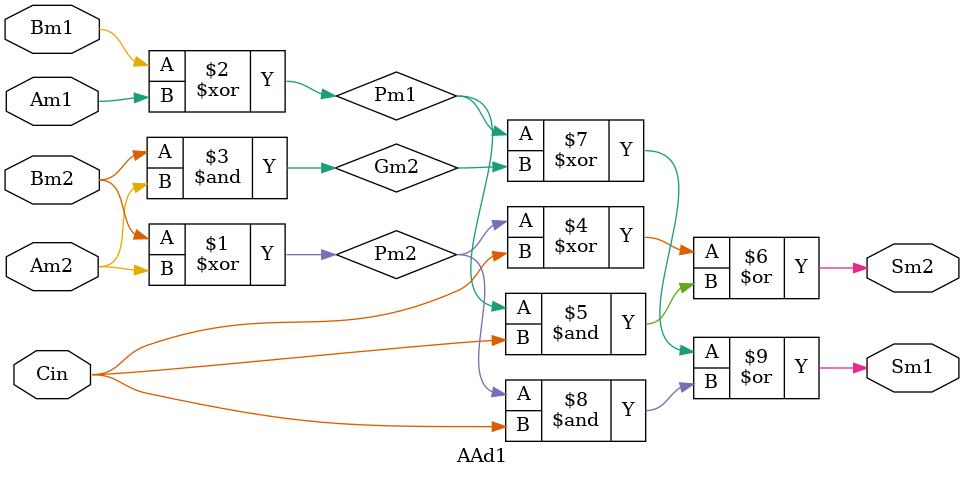
<source format=v>
`timescale 1ns / 1ps


module AAd1(
    input Cin,
    input Bm2,
    input Bm1,
    input Am2,
    input Am1,
    output Sm2,
    output Sm1
    );
    wire Pm2,Pm1,Gm2;
    assign Pm2= Bm2^Am2;
    assign Pm1= Bm1^Am1;
    assign Gm2= Bm2 & Am2;
    assign Sm2 = (Pm2^Cin)|(Pm1&Cin);
    assign Sm1 = (Pm1^Gm2)|(Pm2&Cin); 
    
endmodule

</source>
